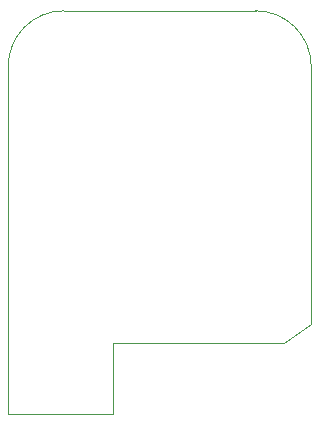
<source format=gbr>
G04 #@! TF.GenerationSoftware,KiCad,Pcbnew,(5.0.0)*
G04 #@! TF.CreationDate,2018-11-11T21:07:20+01:00*
G04 #@! TF.ProjectId,Platine,506C6174696E652E6B696361645F7063,rev?*
G04 #@! TF.SameCoordinates,Original*
G04 #@! TF.FileFunction,Profile,NP*
%FSLAX46Y46*%
G04 Gerber Fmt 4.6, Leading zero omitted, Abs format (unit mm)*
G04 Created by KiCad (PCBNEW (5.0.0)) date 11/11/18 21:07:20*
%MOMM*%
%LPD*%
G01*
G04 APERTURE LIST*
%ADD10C,0.100000*%
G04 APERTURE END LIST*
D10*
X156591000Y-64389000D02*
G75*
G02X161290000Y-69088000I0J-4699000D01*
G01*
X135636000Y-69088000D02*
G75*
G02X140335000Y-64389000I4699000J0D01*
G01*
X156591000Y-64389000D02*
X140335000Y-64389000D01*
X161290000Y-90932000D02*
X161290000Y-69088000D01*
X161290000Y-90932000D02*
X159004000Y-92506800D01*
X144526000Y-92506800D02*
X159004000Y-92506800D01*
X144526000Y-98552000D02*
X144526000Y-92506800D01*
X135636000Y-98552000D02*
X144526000Y-98552000D01*
X135636000Y-69088000D02*
X135636000Y-98552000D01*
M02*

</source>
